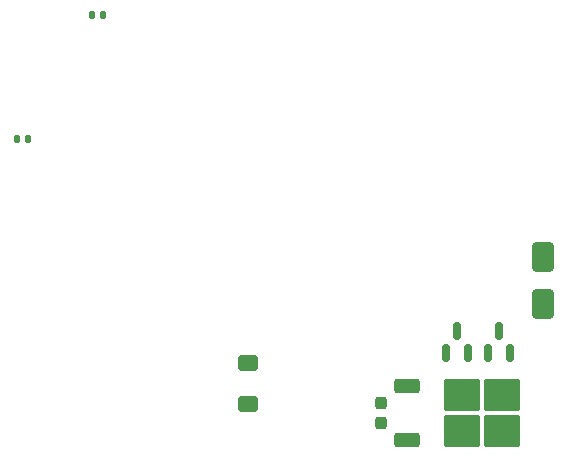
<source format=gbr>
%TF.GenerationSoftware,KiCad,Pcbnew,9.0.4*%
%TF.CreationDate,2025-10-16T14:37:17+03:00*%
%TF.ProjectId,ECAD_main,45434144-5f6d-4616-996e-2e6b69636164,rev?*%
%TF.SameCoordinates,Original*%
%TF.FileFunction,Paste,Bot*%
%TF.FilePolarity,Positive*%
%FSLAX46Y46*%
G04 Gerber Fmt 4.6, Leading zero omitted, Abs format (unit mm)*
G04 Created by KiCad (PCBNEW 9.0.4) date 2025-10-16 14:37:17*
%MOMM*%
%LPD*%
G01*
G04 APERTURE LIST*
G04 Aperture macros list*
%AMRoundRect*
0 Rectangle with rounded corners*
0 $1 Rounding radius*
0 $2 $3 $4 $5 $6 $7 $8 $9 X,Y pos of 4 corners*
0 Add a 4 corners polygon primitive as box body*
4,1,4,$2,$3,$4,$5,$6,$7,$8,$9,$2,$3,0*
0 Add four circle primitives for the rounded corners*
1,1,$1+$1,$2,$3*
1,1,$1+$1,$4,$5*
1,1,$1+$1,$6,$7*
1,1,$1+$1,$8,$9*
0 Add four rect primitives between the rounded corners*
20,1,$1+$1,$2,$3,$4,$5,0*
20,1,$1+$1,$4,$5,$6,$7,0*
20,1,$1+$1,$6,$7,$8,$9,0*
20,1,$1+$1,$8,$9,$2,$3,0*%
G04 Aperture macros list end*
%ADD10RoundRect,0.237500X-0.237500X0.300000X-0.237500X-0.300000X0.237500X-0.300000X0.237500X0.300000X0*%
%ADD11RoundRect,0.140000X0.140000X0.170000X-0.140000X0.170000X-0.140000X-0.170000X0.140000X-0.170000X0*%
%ADD12RoundRect,0.250000X-1.275000X-1.125000X1.275000X-1.125000X1.275000X1.125000X-1.275000X1.125000X0*%
%ADD13RoundRect,0.250000X-0.850000X-0.350000X0.850000X-0.350000X0.850000X0.350000X-0.850000X0.350000X0*%
%ADD14RoundRect,0.250000X-0.600000X0.400000X-0.600000X-0.400000X0.600000X-0.400000X0.600000X0.400000X0*%
%ADD15RoundRect,0.250000X0.650000X-1.000000X0.650000X1.000000X-0.650000X1.000000X-0.650000X-1.000000X0*%
%ADD16RoundRect,0.150000X0.150000X-0.587500X0.150000X0.587500X-0.150000X0.587500X-0.150000X-0.587500X0*%
%ADD17RoundRect,0.140000X-0.140000X-0.170000X0.140000X-0.170000X0.140000X0.170000X-0.140000X0.170000X0*%
G04 APERTURE END LIST*
D10*
%TO.C,C11*%
X46750000Y-67637500D03*
X46750000Y-69362500D03*
%TD*%
D11*
%TO.C,C2*%
X23230000Y-34750000D03*
X22270000Y-34750000D03*
%TD*%
D12*
%TO.C,Q1*%
X53625000Y-66945000D03*
X53625000Y-69995000D03*
X56975000Y-66945000D03*
X56975000Y-69995000D03*
D13*
X49000000Y-70750000D03*
X49000000Y-66190000D03*
%TD*%
D14*
%TO.C,TH1*%
X35500000Y-64250000D03*
X35500000Y-67750000D03*
%TD*%
D15*
%TO.C,D6*%
X60500000Y-59250000D03*
X60500000Y-55250000D03*
%TD*%
D16*
%TO.C,D5*%
X57700000Y-63437500D03*
X55800000Y-63437500D03*
X56750000Y-61562500D03*
%TD*%
%TO.C,D7*%
X54150000Y-63375000D03*
X52250000Y-63375000D03*
X53200000Y-61500000D03*
%TD*%
D17*
%TO.C,C7*%
X15932500Y-45270000D03*
X16892500Y-45270000D03*
%TD*%
M02*

</source>
